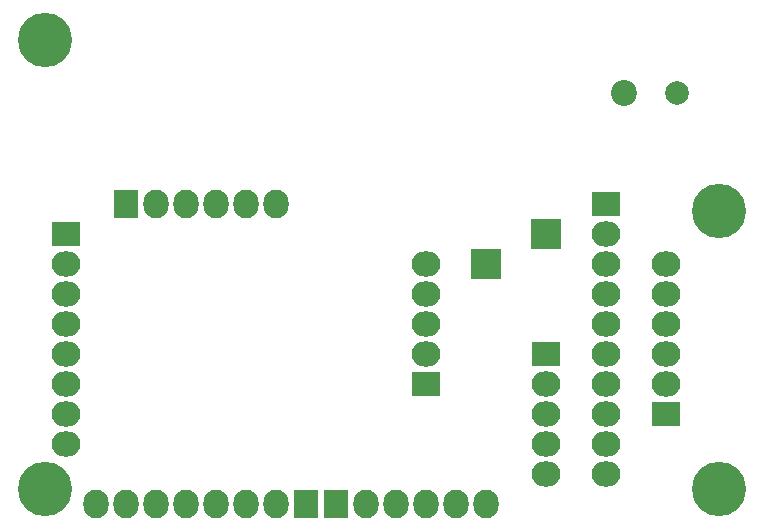
<source format=gbs>
%TF.GenerationSoftware,KiCad,Pcbnew,(after 2015-mar-04 BZR unknown)-product*%
%TF.CreationDate,2015-05-27T15:40:32-04:00*%
%TF.JobID,arduinoquad,61726475696E6F717561642E6B696361,rev?*%
%TF.FileFunction,Soldermask,Bot*%
%FSLAX46Y46*%
G04 Gerber Fmt 4.6, Leading zero omitted, Abs format (unit mm)*
G04 Created by KiCad (PCBNEW (after 2015-mar-04 BZR unknown)-product) date 27/05/2015 3:40:32 PM*
%MOMM*%
G01*
G04 APERTURE LIST*
%ADD10C,0.100000*%
%ADD11R,2.432000X2.127200*%
%ADD12O,2.432000X2.127200*%
%ADD13C,2.000000*%
%ADD14C,2.200000*%
%ADD15C,4.600000*%
%ADD16R,2.635200X2.635200*%
%ADD17R,2.127200X2.432000*%
%ADD18O,2.127200X2.432000*%
G04 APERTURE END LIST*
D10*
D11*
X193040000Y-106680000D03*
D12*
X193040000Y-104140000D03*
X193040000Y-101600000D03*
X193040000Y-99060000D03*
X193040000Y-96520000D03*
X193040000Y-93980000D03*
D13*
X194000000Y-79500000D03*
D14*
X189500000Y-79500000D03*
D15*
X140500000Y-75000000D03*
X197500000Y-89500000D03*
X197500000Y-113000000D03*
X140500000Y-113000000D03*
D11*
X172720000Y-104140000D03*
D12*
X172720000Y-101600000D03*
X172720000Y-99060000D03*
X172720000Y-96520000D03*
X172720000Y-93980000D03*
D16*
X177800000Y-93980000D03*
X182880000Y-91440000D03*
D11*
X182880000Y-101600000D03*
D12*
X182880000Y-104140000D03*
X182880000Y-106680000D03*
X182880000Y-109220000D03*
X182880000Y-111760000D03*
D17*
X147320000Y-88900000D03*
D18*
X149860000Y-88900000D03*
X152400000Y-88900000D03*
X154940000Y-88900000D03*
X157480000Y-88900000D03*
X160020000Y-88900000D03*
D17*
X162560000Y-114300000D03*
D18*
X160020000Y-114300000D03*
X157480000Y-114300000D03*
X154940000Y-114300000D03*
X152400000Y-114300000D03*
X149860000Y-114300000D03*
X147320000Y-114300000D03*
X144780000Y-114300000D03*
D17*
X165100000Y-114300000D03*
D18*
X167640000Y-114300000D03*
X170180000Y-114300000D03*
X172720000Y-114300000D03*
X175260000Y-114300000D03*
X177800000Y-114300000D03*
D11*
X142240000Y-91440000D03*
D12*
X142240000Y-93980000D03*
X142240000Y-96520000D03*
X142240000Y-99060000D03*
X142240000Y-101600000D03*
X142240000Y-104140000D03*
X142240000Y-106680000D03*
X142240000Y-109220000D03*
D11*
X187960000Y-88900000D03*
D12*
X187960000Y-91440000D03*
X187960000Y-93980000D03*
X187960000Y-96520000D03*
X187960000Y-99060000D03*
X187960000Y-101600000D03*
X187960000Y-104140000D03*
X187960000Y-106680000D03*
X187960000Y-109220000D03*
X187960000Y-111760000D03*
M02*

</source>
